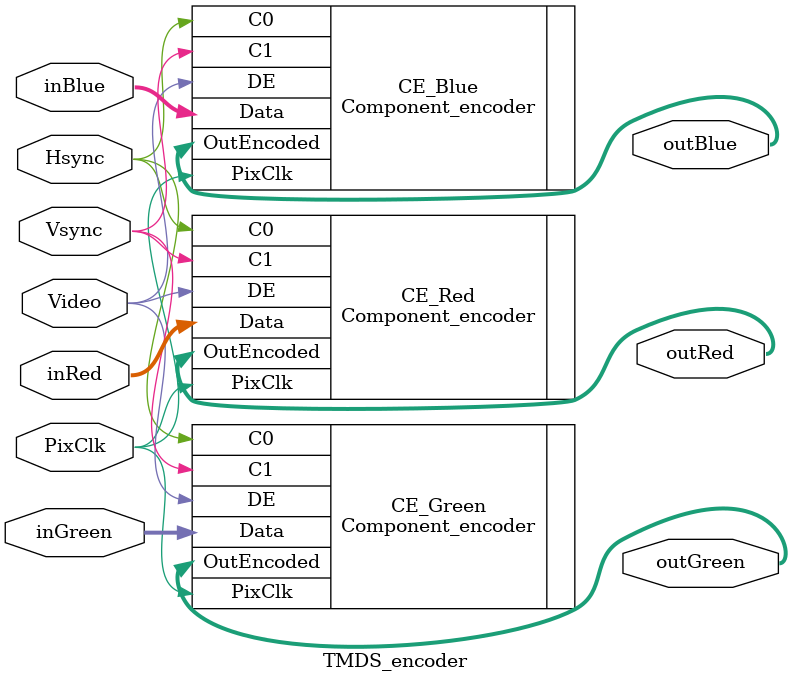
<source format=v>
`timescale 1 ps / 1 ps
module TMDS_encoder
( input [7:0] inRed,
  input [7:0] inGreen,
  input [7:0] inBlue,
  input Hsync,
  input Vsync,
  input PixClk,
  input Video,
  output [9:0] outRed,
  output [9:0] outGreen,
  output [9:0] outBlue
);

  Component_encoder CE_Blue(.Data(inBlue),
                            .C0(Hsync),
									 .C1(Vsync),
                            .DE(Video),
                            .PixClk(PixClk),
									 .OutEncoded(outBlue));
									 
  Component_encoder CE_Red(.Data(inRed),
                            .C0(Hsync),
									 .C1(Vsync),
                            .DE(Video),
                            .PixClk(PixClk),
									 .OutEncoded(outRed));
									 
  Component_encoder CE_Green(.Data(inGreen),
                            .C0(Hsync),
									 .C1(Vsync),
                            .DE(Video),
                            .PixClk(PixClk),
									 .OutEncoded(outGreen));
									 
endmodule

</source>
